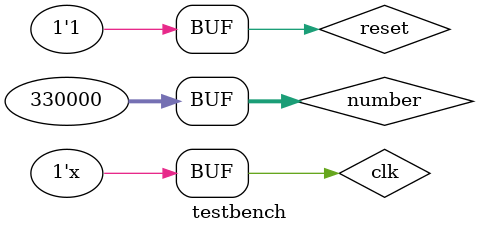
<source format=sv>
module testbench();
  parameter n = 32;
  reg clk, reset;
  reg [n-1:0] number;
  wire [(n/2)-1:0] root, remainder;
  
  squareRoot #(n) inst(clk, reset, number, root, remainder);
  
  initial begin
    $dumpfile("dump.vcd"); 
    $dumpvars(1);
    clk = 0;
    reset = 0;
    number = 237;
 
    #5
    reset = 1;
    
    #10
    number = 4000000;
  
    #10
    number = 96100;

    #10
    number = 25;
    
    #10
    number = 100000000;
    
    #10
    number = 33;
    
    #10
    number = 3300;
    
    #10
    number = 330000;
    

  end
  
  always #5 clk = ~clk;
endmodule
</source>
